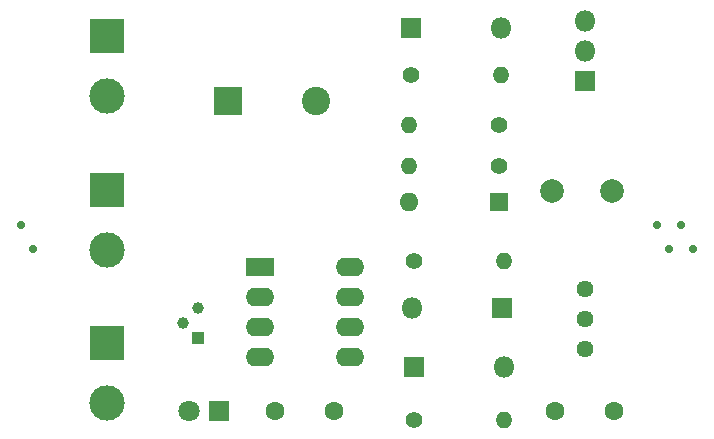
<source format=gbr>
%TF.GenerationSoftware,KiCad,Pcbnew,no-vcs-found-e2505cb~60~ubuntu14.04.1*%
%TF.CreationDate,2017-09-17T03:40:50-03:00*%
%TF.ProjectId,RFIDZapper,524649445A61707065722E6B69636164,rev?*%
%TF.SameCoordinates,Original*%
%TF.FileFunction,Soldermask,Top*%
%TF.FilePolarity,Negative*%
%FSLAX46Y46*%
G04 Gerber Fmt 4.6, Leading zero omitted, Abs format (unit mm)*
G04 Created by KiCad (PCBNEW no-vcs-found-e2505cb~60~ubuntu14.04.1) date Sun Sep 17 03:40:50 2017*
%MOMM*%
%LPD*%
G01*
G04 APERTURE LIST*
%ADD10C,0.700000*%
%ADD11O,1.400000X1.400000*%
%ADD12C,1.400000*%
%ADD13O,1.800000X1.800000*%
%ADD14R,1.800000X1.800000*%
%ADD15C,3.000000*%
%ADD16R,3.000000X3.000000*%
%ADD17C,1.600000*%
%ADD18C,2.400000*%
%ADD19R,2.400000X2.400000*%
%ADD20C,1.800000*%
%ADD21C,1.998980*%
%ADD22R,1.000000X1.000000*%
%ADD23C,1.000000*%
%ADD24C,1.440000*%
%ADD25O,2.400000X1.600000*%
%ADD26R,2.400000X1.600000*%
%ADD27O,1.600000X1.600000*%
%ADD28R,1.600000X1.600000*%
G04 APERTURE END LIST*
D10*
%TO.C,AE1*%
X165044000Y-105826000D03*
X164024000Y-103786000D03*
X163004000Y-105826000D03*
X161984000Y-103786000D03*
X109184000Y-105826000D03*
X108164000Y-103786000D03*
%TD*%
D11*
%TO.C,R8*%
X148764000Y-91056000D03*
D12*
X141144000Y-91056000D03*
%TD*%
D11*
%TO.C,R3*%
X149014000Y-120306000D03*
D12*
X141394000Y-120306000D03*
%TD*%
D13*
%TO.C,Q2*%
X155894000Y-86476000D03*
X155894000Y-89016000D03*
D14*
X155894000Y-91556000D03*
%TD*%
D15*
%TO.C,BT1*%
X115394000Y-118886000D03*
D16*
X115394000Y-113806000D03*
%TD*%
D17*
%TO.C,C1*%
X153394000Y-119556000D03*
X158394000Y-119556000D03*
%TD*%
%TO.C,C2*%
X134644000Y-119556000D03*
X129644000Y-119556000D03*
%TD*%
D18*
%TO.C,C3*%
X133144000Y-93306000D03*
D19*
X125644000Y-93306000D03*
%TD*%
D20*
%TO.C,DL1*%
X122354000Y-119556000D03*
D14*
X124894000Y-119556000D03*
%TD*%
D21*
%TO.C,L1*%
X158224000Y-100886000D03*
X153144000Y-100886000D03*
%TD*%
D22*
%TO.C,Q1*%
X123144000Y-113306000D03*
D23*
X123144000Y-110766000D03*
X121874000Y-112036000D03*
%TD*%
D11*
%TO.C,R1*%
X149014000Y-106806000D03*
D12*
X141394000Y-106806000D03*
%TD*%
D24*
%TO.C,R2*%
X155894000Y-109226000D03*
X155894000Y-111766000D03*
X155894000Y-114306000D03*
%TD*%
D12*
%TO.C,R6*%
X148644000Y-98806000D03*
D11*
X141024000Y-98806000D03*
%TD*%
D12*
%TO.C,R9*%
X148644000Y-95306000D03*
D11*
X141024000Y-95306000D03*
%TD*%
D16*
%TO.C,SW_SPST1*%
X115394000Y-100806000D03*
D15*
X115394000Y-105886000D03*
%TD*%
%TO.C,SW_SPST3*%
X115394000Y-92886000D03*
D16*
X115394000Y-87806000D03*
%TD*%
D25*
%TO.C,U1*%
X136014000Y-107306000D03*
X128394000Y-114926000D03*
X136014000Y-109846000D03*
X128394000Y-112386000D03*
X136014000Y-112386000D03*
X128394000Y-109846000D03*
X136014000Y-114926000D03*
D26*
X128394000Y-107306000D03*
%TD*%
D13*
%TO.C,D1*%
X141274000Y-110806000D03*
D14*
X148894000Y-110806000D03*
%TD*%
D13*
%TO.C,D2*%
X149014000Y-115806000D03*
D14*
X141394000Y-115806000D03*
%TD*%
%TO.C,D3*%
X141144000Y-87056000D03*
D13*
X148764000Y-87056000D03*
%TD*%
D27*
%TO.C,DZ1*%
X141024000Y-101806000D03*
D28*
X148644000Y-101806000D03*
%TD*%
M02*

</source>
